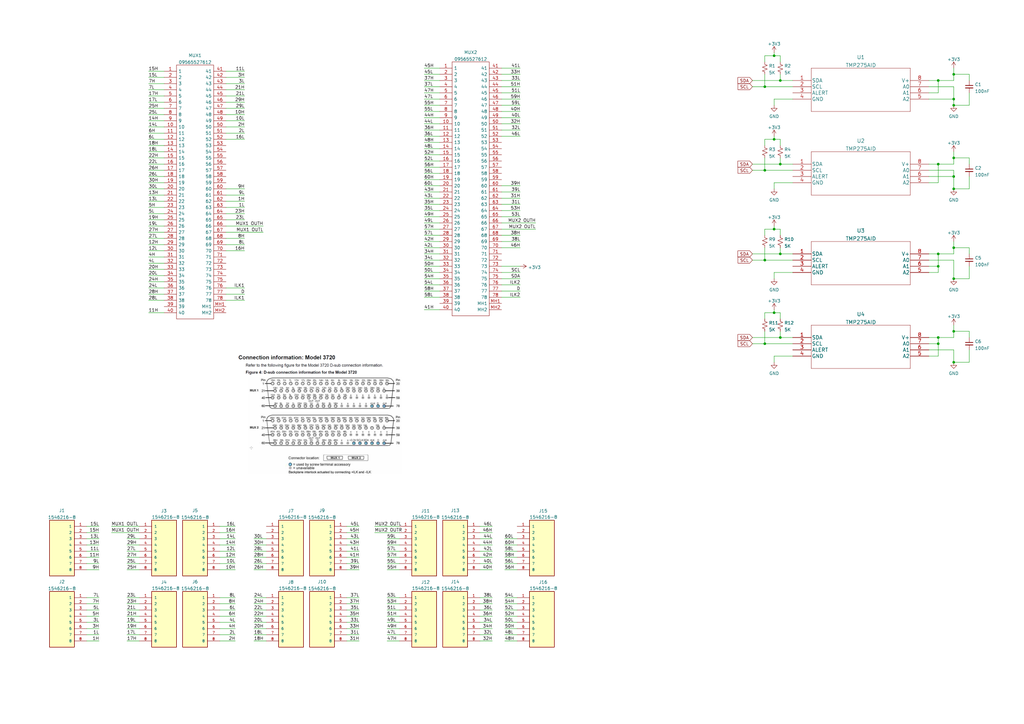
<source format=kicad_sch>
(kicad_sch (version 20211123) (generator eeschema)
  (paper "A3")
  (title_block (title "Keithley 3720-Screw Terminal") (date "2022-02-07") (company "BVKSound"))
  (lib_symbols
    (symbol "BVKSound:09565527612" (pin_names (offset 0.762))
      (property "Reference" "J" (at 21.59 7.62 0))
      (property "Value" "09565527612" (at 21.59 5.08 0))
      (symbol "09565527612_0_0"
        (pin passive line (at 0 0 0) (length 5.08) (name "1") (number "1"))
        (pin passive line (at 0 -22.86 0) (length 5.08) (name "10") (number "10"))
        (pin passive line (at 0 -25.4 0) (length 5.08) (name "11") (number "11"))
        (pin passive line (at 0 -27.94 0) (length 5.08) (name "12") (number "12"))
        (pin passive line (at 0 -30.48 0) (length 5.08) (name "13") (number "13"))
        (pin passive line (at 0 -33.02 0) (length 5.08) (name "14") (number "14"))
        (pin passive line (at 0 -35.56 0) (length 5.08) (name "15") (number "15"))
        (pin passive line (at 0 -38.1 0) (length 5.08) (name "16") (number "16"))
        (pin passive line (at 0 -40.64 0) (length 5.08) (name "17") (number "17"))
        (pin passive line (at 0 -43.18 0) (length 5.08) (name "18") (number "18"))
        (pin passive line (at 0 -45.72 0) (length 5.08) (name "19") (number "19"))
        (pin passive line (at 0 -2.54 0) (length 5.08) (name "2") (number "2"))
        (pin passive line (at 0 -48.26 0) (length 5.08) (name "20") (number "20"))
        (pin passive line (at 0 -50.8 0) (length 5.08) (name "21") (number "21"))
        (pin passive line (at 0 -53.34 0) (length 5.08) (name "22") (number "22"))
        (pin passive line (at 0 -55.88 0) (length 5.08) (name "23") (number "23"))
        (pin passive line (at 0 -58.42 0) (length 5.08) (name "24") (number "24"))
        (pin passive line (at 0 -60.96 0) (length 5.08) (name "25") (number "25"))
        (pin passive line (at 0 -63.5 0) (length 5.08) (name "26") (number "26"))
        (pin passive line (at 0 -66.04 0) (length 5.08) (name "27") (number "27"))
        (pin passive line (at 0 -68.58 0) (length 5.08) (name "28") (number "28"))
        (pin passive line (at 0 -71.12 0) (length 5.08) (name "29") (number "29"))
        (pin passive line (at 0 -5.08 0) (length 5.08) (name "3") (number "3"))
        (pin passive line (at 0 -73.66 0) (length 5.08) (name "30") (number "30"))
        (pin passive line (at 0 -76.2 0) (length 5.08) (name "31") (number "31"))
        (pin passive line (at 0 -78.74 0) (length 5.08) (name "32") (number "32"))
        (pin passive line (at 0 -81.28 0) (length 5.08) (name "33") (number "33"))
        (pin passive line (at 0 -83.82 0) (length 5.08) (name "34") (number "34"))
        (pin passive line (at 0 -86.36 0) (length 5.08) (name "35") (number "35"))
        (pin passive line (at 0 -88.9 0) (length 5.08) (name "36") (number "36"))
        (pin passive line (at 0 -91.44 0) (length 5.08) (name "37") (number "37"))
        (pin passive line (at 0 -93.98 0) (length 5.08) (name "38") (number "38"))
        (pin passive line (at 0 -96.52 0) (length 5.08) (name "39") (number "39"))
        (pin passive line (at 0 -7.62 0) (length 5.08) (name "4") (number "4"))
        (pin passive line (at 0 -99.06 0) (length 5.08) (name "40") (number "40"))
        (pin passive line (at 25.4 0 180) (length 5.08) (name "41") (number "41"))
        (pin passive line (at 25.4 -2.54 180) (length 5.08) (name "42") (number "42"))
        (pin passive line (at 25.4 -5.08 180) (length 5.08) (name "43") (number "43"))
        (pin passive line (at 25.4 -7.62 180) (length 5.08) (name "44") (number "44"))
        (pin passive line (at 25.4 -10.16 180) (length 5.08) (name "45") (number "45"))
        (pin passive line (at 25.4 -12.7 180) (length 5.08) (name "46") (number "46"))
        (pin passive line (at 25.4 -15.24 180) (length 5.08) (name "47") (number "47"))
        (pin passive line (at 25.4 -17.78 180) (length 5.08) (name "48") (number "48"))
        (pin passive line (at 25.4 -20.32 180) (length 5.08) (name "49") (number "49"))
        (pin passive line (at 0 -10.16 0) (length 5.08) (name "5") (number "5"))
        (pin passive line (at 25.4 -22.86 180) (length 5.08) (name "50") (number "50"))
        (pin passive line (at 25.4 -25.4 180) (length 5.08) (name "51") (number "51"))
        (pin passive line (at 25.4 -27.94 180) (length 5.08) (name "52") (number "52"))
        (pin passive line (at 25.4 -30.48 180) (length 5.08) (name "53") (number "53"))
        (pin passive line (at 25.4 -33.02 180) (length 5.08) (name "54") (number "54"))
        (pin passive line (at 25.4 -35.56 180) (length 5.08) (name "55") (number "55"))
        (pin passive line (at 25.4 -38.1 180) (length 5.08) (name "56") (number "56"))
        (pin passive line (at 25.4 -40.64 180) (length 5.08) (name "57") (number "57"))
        (pin passive line (at 25.4 -43.18 180) (length 5.08) (name "58") (number "58"))
        (pin passive line (at 25.4 -45.72 180) (length 5.08) (name "59") (number "59"))
        (pin passive line (at 0 -12.7 0) (length 5.08) (name "6") (number "6"))
        (pin passive line (at 25.4 -48.26 180) (length 5.08) (name "60") (number "60"))
        (pin passive line (at 25.4 -50.8 180) (length 5.08) (name "61") (number "61"))
        (pin passive line (at 25.4 -53.34 180) (length 5.08) (name "62") (number "62"))
        (pin passive line (at 25.4 -55.88 180) (length 5.08) (name "63") (number "63"))
        (pin passive line (at 25.4 -58.42 180) (length 5.08) (name "64") (number "64"))
        (pin passive line (at 25.4 -60.96 180) (length 5.08) (name "65") (number "65"))
        (pin passive line (at 25.4 -63.5 180) (length 5.08) (name "66") (number "66"))
        (pin passive line (at 25.4 -66.04 180) (length 5.08) (name "67") (number "67"))
        (pin passive line (at 25.4 -68.58 180) (length 5.08) (name "68") (number "68"))
        (pin passive line (at 25.4 -71.12 180) (length 5.08) (name "69") (number "69"))
        (pin passive line (at 0 -15.24 0) (length 5.08) (name "7") (number "7"))
        (pin passive line (at 25.4 -73.66 180) (length 5.08) (name "70") (number "70"))
        (pin passive line (at 25.4 -76.2 180) (length 5.08) (name "71") (number "71"))
        (pin passive line (at 25.4 -78.74 180) (length 5.08) (name "72") (number "72"))
        (pin passive line (at 25.4 -81.28 180) (length 5.08) (name "73") (number "73"))
        (pin passive line (at 25.4 -83.82 180) (length 5.08) (name "74") (number "74"))
        (pin passive line (at 25.4 -86.36 180) (length 5.08) (name "75") (number "75"))
        (pin passive line (at 25.4 -88.9 180) (length 5.08) (name "76") (number "76"))
        (pin passive line (at 25.4 -91.44 180) (length 5.08) (name "77") (number "77"))
        (pin passive line (at 25.4 -93.98 180) (length 5.08) (name "78") (number "78"))
        (pin passive line (at 0 -17.78 0) (length 5.08) (name "8") (number "8"))
        (pin passive line (at 0 -20.32 0) (length 5.08) (name "9") (number "9"))
        (pin passive line (at 25.4 -96.52 180) (length 5.08) (name "MH1") (number "MH1"))
        (pin passive line (at 25.4 -99.06 180) (length 5.08) (name "MH2") (number "MH2"))
      )
      (symbol "09565527612_0_1"
        (polyline (pts (xy 5.08 2.54) (xy 20.32 2.54) (xy 20.32 -101.6) (xy 5.08 -101.6) (xy 5.08 2.54)) (stroke (width 0.1524)))
      )
    )
    (symbol "BVKSound:1546216-8" (pin_names (offset 1.016))
      (property "Reference" "J" (at -5.588 5.08 0))
      (property "Value" "1546216-8" (at 0 -12.7 90))
      (symbol "1546216-8_0_0"
        (rectangle (start -5.08 5.08) (end 5.08 -17.78) (stroke (width 0.254)) (fill (type background)))
        (pin passive line (at -10.16 2.54 0) (length 5.08) (name "1") (number "1"))
        (pin passive line (at -10.16 0 0) (length 5.08) (name "2") (number "2"))
        (pin passive line (at -10.16 -2.54 0) (length 5.08) (name "3") (number "3"))
        (pin passive line (at -10.16 -5.08 0) (length 5.08) (name "4") (number "4"))
        (pin passive line (at -10.16 -7.62 0) (length 5.08) (name "5") (number "5"))
        (pin passive line (at -10.16 -10.16 0) (length 5.08) (name "6") (number "6"))
        (pin passive line (at -10.16 -12.7 0) (length 5.08) (name "7") (number "7"))
        (pin passive line (at -10.16 -15.24 0) (length 5.08) (name "8") (number "8"))
      )
    )
    (symbol "BVKSound:TMP275AID" (pin_names (offset 0.254))
      (property "Reference" "U" (at 27.94 10.16 0))
      (property "Value" "TMP275AID" (at 27.94 7.62 0))
      (symbol "TMP275AID_1_1"
        (polyline (pts (xy 7.62 -12.7) (xy 48.26 -12.7)) (stroke (width 0.127)))
        (polyline (pts (xy 7.62 5.08) (xy 7.62 -12.7)) (stroke (width 0.127)))
        (polyline (pts (xy 48.26 -12.7) (xy 48.26 5.08)) (stroke (width 0.127)))
        (polyline (pts (xy 48.26 5.08) (xy 7.62 5.08)) (stroke (width 0.127)))
        (pin unspecified line (at 0 0 0) (length 7.62) (name "SDA") (number "1"))
        (pin unspecified line (at 0 -2.54 0) (length 7.62) (name "SCL") (number "2"))
        (pin unspecified line (at 0 -5.08 0) (length 7.62) (name "ALERT") (number "3"))
        (pin power_in line (at 0 -7.62 0) (length 7.62) (name "GND") (number "4"))
        (pin unspecified line (at 55.88 -7.62 180) (length 7.62) (name "A2") (number "5"))
        (pin unspecified line (at 55.88 -5.08 180) (length 7.62) (name "A1") (number "6"))
        (pin unspecified line (at 55.88 -2.54 180) (length 7.62) (name "A0") (number "7"))
        (pin power_in line (at 55.88 0 180) (length 7.62) (name "V+") (number "8"))
      )
    )
    (symbol "Device:C_Small" (pin_numbers hide) (pin_names (offset 0.254) hide)
      (property "Reference" "C" (at 0.254 1.778 0))
      (property "Value" "C_Small" (at 0.254 -2.032 0))
      (symbol "C_Small_0_1"
        (polyline (pts (xy -1.524 -0.508) (xy 1.524 -0.508)) (stroke (width 0.3302)))
        (polyline (pts (xy -1.524 0.508) (xy 1.524 0.508)) (stroke (width 0.3048)))
      )
      (symbol "C_Small_1_1"
        (pin passive line (at 0 2.54 270) (length 2.032) (name "~") (number "1"))
        (pin passive line (at 0 -2.54 90) (length 2.032) (name "~") (number "2"))
      )
    )
    (symbol "Device:R_Small_US" (pin_numbers hide) (pin_names (offset 0.254) hide)
      (property "Reference" "R" (at 0.762 0.508 0))
      (property "Value" "R_Small_US" (at 0.762 -1.016 0))
      (symbol "R_Small_US_1_1"
        (polyline (pts (xy 0 0) (xy 1.016 -0.381) (xy 0 -0.762) (xy -1.016 -1.143) (xy 0 -1.524)))
        (polyline (pts (xy 0 1.524) (xy 1.016 1.143) (xy 0 0.762) (xy -1.016 0.381) (xy 0 0)))
        (pin passive line (at 0 2.54 270) (length 1.016) (name "~") (number "1"))
        (pin passive line (at 0 -2.54 90) (length 1.016) (name "~") (number "2"))
      )
    )
    (symbol "power:+3.3V" (power) (pin_names (offset 0))
      (property "Value" "+3.3V" (at 0 3.556 0))
      (symbol "+3.3V_0_1"
        (polyline (pts (xy -0.762 1.27) (xy 0 2.54)))
        (polyline (pts (xy 0 0) (xy 0 2.54)))
        (polyline (pts (xy 0 2.54) (xy 0.762 1.27)))
      )
      (symbol "+3.3V_1_1"
        (pin power_in line (at 0 0 90) (length 0) hide (name "+3V3") (number "1"))
      )
    )
    (symbol "power:GND" (power) (pin_names (offset 0))
      (property "Value" "GND" (at 0 -3.81 0))
      (symbol "GND_0_1"
        (polyline (pts (xy 0 0) (xy 0 -1.27) (xy 1.27 -1.27) (xy 0 -2.54) (xy -1.27 -1.27) (xy 0 -1.27)))
      )
      (symbol "GND_1_1"
        (pin power_in line (at 0 0 270) (length 0) hide (name "GND") (number "1"))
      )
    )
  )
  (junction (at 391.16 101.6))
  (junction (at 317.5 22.86))
  (junction (at 313.69 106.68))
  (junction (at 320.04 67.31))
  (junction (at 391.16 30.48))
  (junction (at 384.81 104.14))
  (junction (at 391.16 77.47))
  (junction (at 391.16 148.59))
  (junction (at 313.69 69.85))
  (junction (at 391.16 64.77))
  (junction (at 313.69 140.97))
  (junction (at 384.81 140.97))
  (junction (at 317.5 128.27))
  (junction (at 391.16 135.89))
  (junction (at 384.81 67.31))
  (junction (at 320.04 138.43))
  (junction (at 384.81 138.43))
  (junction (at 317.5 57.15))
  (junction (at 391.16 40.64))
  (junction (at 391.16 43.18))
  (junction (at 320.04 104.14))
  (junction (at 320.04 33.02))
  (junction (at 384.81 33.02))
  (junction (at 391.16 114.3))
  (junction (at 384.81 109.22))
  (junction (at 391.16 72.39))
  (junction (at 317.5 93.98))
  (junction (at 313.69 35.56))
  (wire (pts (xy 320.04 64.77) (xy 320.04 67.31)))
  (wire (pts (xy 92.71 57.15) (xy 100.33 57.15)))
  (wire (pts (xy 90.17 231.14) (xy 96.52 231.14)))
  (wire (pts (xy 92.71 100.33) (xy 100.33 100.33)))
  (wire (pts (xy 104.14 262.89) (xy 109.22 262.89)))
  (wire (pts (xy 92.71 102.87) (xy 100.33 102.87)))
  (wire (pts (xy 60.96 118.11) (xy 67.31 118.11)))
  (wire (pts (xy 92.71 85.09) (xy 100.33 85.09)))
  (wire (pts (xy 104.14 226.06) (xy 109.22 226.06)))
  (wire (pts (xy 52.07 226.06) (xy 57.15 226.06)))
  (wire (pts (xy 205.74 81.28) (xy 213.36 81.28)))
  (wire (pts (xy 173.99 68.58) (xy 180.34 68.58)))
  (wire (pts (xy 196.85 231.14) (xy 201.93 231.14)))
  (wire (pts (xy 104.14 245.11) (xy 109.22 245.11)))
  (wire (pts (xy 196.85 226.06) (xy 201.93 226.06)))
  (wire (pts (xy 313.69 57.15) (xy 317.5 57.15)))
  (wire (pts (xy 35.56 260.35) (xy 40.64 260.35)))
  (wire (pts (xy 60.96 85.09) (xy 67.31 85.09)))
  (wire (pts (xy 142.24 247.65) (xy 147.32 247.65)))
  (wire (pts (xy 205.74 83.82) (xy 213.36 83.82)))
  (wire (pts (xy 397.51 138.43) (xy 397.51 135.89)))
  (wire (pts (xy 60.96 97.79) (xy 67.31 97.79)))
  (wire (pts (xy 320.04 30.48) (xy 320.04 33.02)))
  (wire (pts (xy 60.96 46.99) (xy 67.31 46.99)))
  (wire (pts (xy 205.74 55.88) (xy 213.36 55.88)))
  (wire (pts (xy 391.16 101.6) (xy 391.16 99.06)))
  (wire (pts (xy 173.99 55.88) (xy 180.34 55.88)))
  (wire (pts (xy 320.04 33.02) (xy 325.12 33.02)))
  (wire (pts (xy 153.67 218.44) (xy 163.83 218.44)))
  (wire (pts (xy 60.96 113.03) (xy 67.31 113.03)))
  (wire (pts (xy 207.01 255.27) (xy 212.09 255.27)))
  (wire (pts (xy 92.71 80.01) (xy 100.33 80.01)))
  (wire (pts (xy 173.99 121.92) (xy 180.34 121.92)))
  (wire (pts (xy 92.71 123.19) (xy 100.33 123.19)))
  (wire (pts (xy 320.04 101.6) (xy 320.04 104.14)))
  (wire (pts (xy 90.17 218.44) (xy 96.52 218.44)))
  (wire (pts (xy 381 67.31) (xy 384.81 67.31)))
  (wire (pts (xy 308.61 138.43) (xy 320.04 138.43)))
  (wire (pts (xy 205.74 76.2) (xy 213.36 76.2)))
  (wire (pts (xy 317.5 111.76) (xy 325.12 111.76)))
  (wire (pts (xy 158.75 226.06) (xy 163.83 226.06)))
  (wire (pts (xy 92.71 77.47) (xy 100.33 77.47)))
  (wire (pts (xy 317.5 127) (xy 317.5 128.27)))
  (wire (pts (xy 45.72 218.44) (xy 57.15 218.44)))
  (wire (pts (xy 173.99 116.84) (xy 180.34 116.84)))
  (wire (pts (xy 158.75 247.65) (xy 163.83 247.65)))
  (wire (pts (xy 308.61 140.97) (xy 313.69 140.97)))
  (wire (pts (xy 313.69 22.86) (xy 317.5 22.86)))
  (wire (pts (xy 92.71 54.61) (xy 100.33 54.61)))
  (wire (pts (xy 60.96 105.41) (xy 67.31 105.41)))
  (wire (pts (xy 92.71 95.25) (xy 107.95 95.25)))
  (wire (pts (xy 35.56 262.89) (xy 40.64 262.89)))
  (wire (pts (xy 142.24 231.14) (xy 147.32 231.14)))
  (wire (pts (xy 205.74 48.26) (xy 213.36 48.26)))
  (wire (pts (xy 60.96 36.83) (xy 67.31 36.83)))
  (wire (pts (xy 60.96 72.39) (xy 67.31 72.39)))
  (wire (pts (xy 60.96 82.55) (xy 67.31 82.55)))
  (wire (pts (xy 384.81 67.31) (xy 384.81 74.93)))
  (wire (pts (xy 205.74 116.84) (xy 213.36 116.84)))
  (wire (pts (xy 384.81 146.05) (xy 384.81 140.97)))
  (wire (pts (xy 92.71 49.53) (xy 100.33 49.53)))
  (wire (pts (xy 173.99 86.36) (xy 180.34 86.36)))
  (wire (pts (xy 60.96 74.93) (xy 67.31 74.93)))
  (wire (pts (xy 60.96 49.53) (xy 67.31 49.53)))
  (wire (pts (xy 313.69 30.48) (xy 313.69 35.56)))
  (wire (pts (xy 207.01 257.81) (xy 212.09 257.81)))
  (wire (pts (xy 207.01 220.98) (xy 212.09 220.98)))
  (wire (pts (xy 60.96 128.27) (xy 67.31 128.27)))
  (wire (pts (xy 60.96 90.17) (xy 67.31 90.17)))
  (wire (pts (xy 173.99 106.68) (xy 180.34 106.68)))
  (wire (pts (xy 308.61 106.68) (xy 313.69 106.68)))
  (wire (pts (xy 173.99 76.2) (xy 180.34 76.2)))
  (wire (pts (xy 158.75 250.19) (xy 163.83 250.19)))
  (wire (pts (xy 60.96 64.77) (xy 67.31 64.77)))
  (wire (pts (xy 60.96 100.33) (xy 67.31 100.33)))
  (wire (pts (xy 173.99 35.56) (xy 180.34 35.56)))
  (wire (pts (xy 60.96 62.23) (xy 67.31 62.23)))
  (wire (pts (xy 308.61 104.14) (xy 320.04 104.14)))
  (wire (pts (xy 207.01 228.6) (xy 212.09 228.6)))
  (wire (pts (xy 92.71 34.29) (xy 100.33 34.29)))
  (wire (pts (xy 173.99 83.82) (xy 180.34 83.82)))
  (wire (pts (xy 104.14 233.68) (xy 109.22 233.68)))
  (wire (pts (xy 35.56 218.44) (xy 40.64 218.44)))
  (wire (pts (xy 104.14 223.52) (xy 109.22 223.52)))
  (wire (pts (xy 391.16 104.14) (xy 391.16 101.6)))
  (wire (pts (xy 205.74 35.56) (xy 213.36 35.56)))
  (wire (pts (xy 207.01 231.14) (xy 212.09 231.14)))
  (wire (pts (xy 391.16 138.43) (xy 391.16 135.89)))
  (wire (pts (xy 207.01 245.11) (xy 212.09 245.11)))
  (wire (pts (xy 205.74 101.6) (xy 213.36 101.6)))
  (wire (pts (xy 60.96 41.91) (xy 67.31 41.91)))
  (wire (pts (xy 104.14 228.6) (xy 109.22 228.6)))
  (wire (pts (xy 158.75 257.81) (xy 163.83 257.81)))
  (wire (pts (xy 173.99 104.14) (xy 180.34 104.14)))
  (wire (pts (xy 391.16 30.48) (xy 397.51 30.48)))
  (wire (pts (xy 60.96 39.37) (xy 67.31 39.37)))
  (wire (pts (xy 196.85 233.68) (xy 201.93 233.68)))
  (wire (pts (xy 173.99 40.64) (xy 180.34 40.64)))
  (wire (pts (xy 207.01 262.89) (xy 212.09 262.89)))
  (wire (pts (xy 317.5 77.47) (xy 317.5 74.93)))
  (wire (pts (xy 313.69 96.52) (xy 313.69 93.98)))
  (wire (pts (xy 142.24 245.11) (xy 147.32 245.11)))
  (wire (pts (xy 317.5 21.59) (xy 317.5 22.86)))
  (wire (pts (xy 92.71 29.21) (xy 100.33 29.21)))
  (wire (pts (xy 60.96 87.63) (xy 67.31 87.63)))
  (wire (pts (xy 173.99 30.48) (xy 180.34 30.48)))
  (wire (pts (xy 104.14 231.14) (xy 109.22 231.14)))
  (wire (pts (xy 173.99 38.1) (xy 180.34 38.1)))
  (wire (pts (xy 381 146.05) (xy 384.81 146.05)))
  (wire (pts (xy 173.99 78.74) (xy 180.34 78.74)))
  (wire (pts (xy 381 38.1) (xy 384.81 38.1)))
  (wire (pts (xy 52.07 260.35) (xy 57.15 260.35)))
  (wire (pts (xy 142.24 220.98) (xy 147.32 220.98)))
  (wire (pts (xy 391.16 106.68) (xy 391.16 114.3)))
  (wire (pts (xy 207.01 247.65) (xy 212.09 247.65)))
  (wire (pts (xy 317.5 146.05) (xy 325.12 146.05)))
  (wire (pts (xy 397.51 43.18) (xy 391.16 43.18)))
  (wire (pts (xy 142.24 252.73) (xy 147.32 252.73)))
  (wire (pts (xy 391.16 64.77) (xy 397.51 64.77)))
  (wire (pts (xy 173.99 45.72) (xy 180.34 45.72)))
  (wire (pts (xy 320.04 138.43) (xy 325.12 138.43)))
  (wire (pts (xy 381 33.02) (xy 384.81 33.02)))
  (wire (pts (xy 317.5 92.71) (xy 317.5 93.98)))
  (wire (pts (xy 391.16 35.56) (xy 391.16 40.64)))
  (wire (pts (xy 173.99 60.96) (xy 180.34 60.96)))
  (wire (pts (xy 52.07 233.68) (xy 57.15 233.68)))
  (wire (pts (xy 320.04 25.4) (xy 320.04 22.86)))
  (wire (pts (xy 60.96 59.69) (xy 67.31 59.69)))
  (wire (pts (xy 92.71 52.07) (xy 100.33 52.07)))
  (wire (pts (xy 196.85 245.11) (xy 201.93 245.11)))
  (wire (pts (xy 35.56 247.65) (xy 40.64 247.65)))
  (wire (pts (xy 173.99 111.76) (xy 180.34 111.76)))
  (wire (pts (xy 313.69 140.97) (xy 325.12 140.97)))
  (wire (pts (xy 391.16 67.31) (xy 391.16 64.77)))
  (wire (pts (xy 205.74 93.98) (xy 219.71 93.98)))
  (wire (pts (xy 173.99 73.66) (xy 180.34 73.66)))
  (wire (pts (xy 313.69 25.4) (xy 313.69 22.86)))
  (wire (pts (xy 397.51 109.22) (xy 397.51 114.3)))
  (wire (pts (xy 90.17 220.98) (xy 96.52 220.98)))
  (wire (pts (xy 90.17 260.35) (xy 96.52 260.35)))
  (wire (pts (xy 60.96 69.85) (xy 67.31 69.85)))
  (wire (pts (xy 207.01 250.19) (xy 212.09 250.19)))
  (wire (pts (xy 207.01 226.06) (xy 212.09 226.06)))
  (wire (pts (xy 313.69 101.6) (xy 313.69 106.68)))
  (wire (pts (xy 205.74 86.36) (xy 213.36 86.36)))
  (wire (pts (xy 92.71 41.91) (xy 100.33 41.91)))
  (wire (pts (xy 308.61 35.56) (xy 313.69 35.56)))
  (wire (pts (xy 158.75 260.35) (xy 163.83 260.35)))
  (wire (pts (xy 60.96 95.25) (xy 67.31 95.25)))
  (wire (pts (xy 90.17 257.81) (xy 96.52 257.81)))
  (wire (pts (xy 60.96 110.49) (xy 67.31 110.49)))
  (wire (pts (xy 52.07 223.52) (xy 57.15 223.52)))
  (wire (pts (xy 397.51 77.47) (xy 391.16 77.47)))
  (wire (pts (xy 320.04 22.86) (xy 317.5 22.86)))
  (wire (pts (xy 52.07 257.81) (xy 57.15 257.81)))
  (wire (pts (xy 320.04 93.98) (xy 317.5 93.98)))
  (wire (pts (xy 52.07 231.14) (xy 57.15 231.14)))
  (wire (pts (xy 196.85 218.44) (xy 201.93 218.44)))
  (wire (pts (xy 60.96 77.47) (xy 67.31 77.47)))
  (wire (pts (xy 60.96 44.45) (xy 67.31 44.45)))
  (wire (pts (xy 391.16 135.89) (xy 397.51 135.89)))
  (wire (pts (xy 35.56 255.27) (xy 40.64 255.27)))
  (wire (pts (xy 196.85 228.6) (xy 201.93 228.6)))
  (wire (pts (xy 205.74 30.48) (xy 213.36 30.48)))
  (wire (pts (xy 205.74 53.34) (xy 213.36 53.34)))
  (wire (pts (xy 381 109.22) (xy 384.81 109.22)))
  (wire (pts (xy 142.24 215.9) (xy 147.32 215.9)))
  (wire (pts (xy 104.14 257.81) (xy 109.22 257.81)))
  (wire (pts (xy 35.56 252.73) (xy 40.64 252.73)))
  (wire (pts (xy 142.24 257.81) (xy 147.32 257.81)))
  (wire (pts (xy 196.85 262.89) (xy 201.93 262.89)))
  (wire (pts (xy 320.04 130.81) (xy 320.04 128.27)))
  (wire (pts (xy 381 69.85) (xy 391.16 69.85)))
  (wire (pts (xy 320.04 67.31) (xy 325.12 67.31)))
  (wire (pts (xy 391.16 30.48) (xy 391.16 27.94)))
  (wire (pts (xy 381 143.51) (xy 391.16 143.51)))
  (wire (pts (xy 52.07 228.6) (xy 57.15 228.6)))
  (wire (pts (xy 391.16 143.51) (xy 391.16 148.59)))
  (wire (pts (xy 381 106.68) (xy 391.16 106.68)))
  (wire (pts (xy 60.96 31.75) (xy 67.31 31.75)))
  (wire (pts (xy 173.99 114.3) (xy 180.34 114.3)))
  (wire (pts (xy 381 74.93) (xy 384.81 74.93)))
  (wire (pts (xy 35.56 250.19) (xy 40.64 250.19)))
  (wire (pts (xy 313.69 128.27) (xy 317.5 128.27)))
  (wire (pts (xy 391.16 64.77) (xy 391.16 62.23)))
  (wire (pts (xy 142.24 250.19) (xy 147.32 250.19)))
  (wire (pts (xy 158.75 228.6) (xy 163.83 228.6)))
  (wire (pts (xy 173.99 58.42) (xy 180.34 58.42)))
  (wire (pts (xy 92.71 46.99) (xy 100.33 46.99)))
  (wire (pts (xy 205.74 91.44) (xy 219.71 91.44)))
  (wire (pts (xy 92.71 87.63) (xy 100.33 87.63)))
  (wire (pts (xy 196.85 223.52) (xy 201.93 223.52)))
  (wire (pts (xy 158.75 245.11) (xy 163.83 245.11)))
  (wire (pts (xy 60.96 92.71) (xy 67.31 92.71)))
  (wire (pts (xy 317.5 40.64) (xy 325.12 40.64)))
  (wire (pts (xy 142.24 226.06) (xy 147.32 226.06)))
  (wire (pts (xy 196.85 215.9) (xy 201.93 215.9)))
  (wire (pts (xy 35.56 223.52) (xy 40.64 223.52)))
  (wire (pts (xy 158.75 233.68) (xy 163.83 233.68)))
  (wire (pts (xy 381 104.14) (xy 384.81 104.14)))
  (wire (pts (xy 205.74 96.52) (xy 213.36 96.52)))
  (wire (pts (xy 196.85 247.65) (xy 201.93 247.65)))
  (wire (pts (xy 196.85 260.35) (xy 201.93 260.35)))
  (wire (pts (xy 60.96 54.61) (xy 67.31 54.61)))
  (wire (pts (xy 205.74 45.72) (xy 213.36 45.72)))
  (wire (pts (xy 104.14 252.73) (xy 109.22 252.73)))
  (wire (pts (xy 142.24 223.52) (xy 147.32 223.52)))
  (wire (pts (xy 384.81 104.14) (xy 384.81 109.22)))
  (wire (pts (xy 173.99 88.9) (xy 180.34 88.9)))
  (wire (pts (xy 205.74 114.3) (xy 213.36 114.3)))
  (wire (pts (xy 92.71 44.45) (xy 100.33 44.45)))
  (wire (pts (xy 320.04 128.27) (xy 317.5 128.27)))
  (wire (pts (xy 60.96 29.21) (xy 67.31 29.21)))
  (wire (pts (xy 90.17 215.9) (xy 96.52 215.9)))
  (wire (pts (xy 158.75 231.14) (xy 163.83 231.14)))
  (wire (pts (xy 142.24 255.27) (xy 147.32 255.27)))
  (wire (pts (xy 207.01 252.73) (xy 212.09 252.73)))
  (wire (pts (xy 384.81 67.31) (xy 391.16 67.31)))
  (wire (pts (xy 90.17 226.06) (xy 96.52 226.06)))
  (wire (pts (xy 173.99 127) (xy 180.34 127)))
  (wire (pts (xy 60.96 107.95) (xy 67.31 107.95)))
  (wire (pts (xy 45.72 215.9) (xy 57.15 215.9)))
  (wire (pts (xy 173.99 50.8) (xy 180.34 50.8)))
  (wire (pts (xy 158.75 220.98) (xy 163.83 220.98)))
  (wire (pts (xy 381 138.43) (xy 384.81 138.43)))
  (wire (pts (xy 173.99 109.22) (xy 180.34 109.22)))
  (wire (pts (xy 397.51 143.51) (xy 397.51 148.59)))
  (wire (pts (xy 60.96 120.65) (xy 67.31 120.65)))
  (wire (pts (xy 205.74 99.06) (xy 213.36 99.06)))
  (wire (pts (xy 205.74 88.9) (xy 213.36 88.9)))
  (wire (pts (xy 90.17 250.19) (xy 96.52 250.19)))
  (wire (pts (xy 153.67 215.9) (xy 163.83 215.9)))
  (wire (pts (xy 52.07 252.73) (xy 57.15 252.73)))
  (wire (pts (xy 207.01 233.68) (xy 212.09 233.68)))
  (wire (pts (xy 320.04 59.69) (xy 320.04 57.15)))
  (wire (pts (xy 205.74 78.74) (xy 213.36 78.74)))
  (wire (pts (xy 173.99 119.38) (xy 180.34 119.38)))
  (wire (pts (xy 173.99 48.26) (xy 180.34 48.26)))
  (wire (pts (xy 52.07 220.98) (xy 57.15 220.98)))
  (wire (pts (xy 205.74 111.76) (xy 213.36 111.76)))
  (wire (pts (xy 397.51 114.3) (xy 391.16 114.3)))
  (wire (pts (xy 90.17 223.52) (xy 96.52 223.52)))
  (wire (pts (xy 397.51 72.39) (xy 397.51 77.47)))
  (wire (pts (xy 104.14 255.27) (xy 109.22 255.27)))
  (wire (pts (xy 35.56 226.06) (xy 40.64 226.06)))
  (wire (pts (xy 313.69 69.85) (xy 325.12 69.85)))
  (wire (pts (xy 92.71 118.11) (xy 100.33 118.11)))
  (wire (pts (xy 205.74 40.64) (xy 213.36 40.64)))
  (wire (pts (xy 90.17 245.11) (xy 96.52 245.11)))
  (wire (pts (xy 104.14 260.35) (xy 109.22 260.35)))
  (wire (pts (xy 60.96 67.31) (xy 67.31 67.31)))
  (wire (pts (xy 384.81 104.14) (xy 391.16 104.14)))
  (wire (pts (xy 205.74 43.18) (xy 213.36 43.18)))
  (wire (pts (xy 207.01 260.35) (xy 212.09 260.35)))
  (wire (pts (xy 384.81 138.43) (xy 391.16 138.43)))
  (wire (pts (xy 158.75 255.27) (xy 163.83 255.27)))
  (wire (pts (xy 381 111.76) (xy 384.81 111.76)))
  (wire (pts (xy 317.5 148.59) (xy 317.5 146.05)))
  (wire (pts (xy 384.81 38.1) (xy 384.81 33.02)))
  (wire (pts (xy 35.56 245.11) (xy 40.64 245.11)))
  (wire (pts (xy 397.51 104.14) (xy 397.51 101.6)))
  (wire (pts (xy 104.14 250.19) (xy 109.22 250.19)))
  (wire (pts (xy 391.16 33.02) (xy 391.16 30.48)))
  (wire (pts (xy 90.17 233.68) (xy 96.52 233.68)))
  (wire (pts (xy 308.61 69.85) (xy 313.69 69.85)))
  (wire (pts (xy 391.16 101.6) (xy 397.51 101.6)))
  (wire (pts (xy 60.96 123.19) (xy 67.31 123.19)))
  (wire (pts (xy 397.51 33.02) (xy 397.51 30.48)))
  (wire (pts (xy 196.85 255.27) (xy 201.93 255.27)))
  (wire (pts (xy 397.51 148.59) (xy 391.16 148.59)))
  (wire (pts (xy 35.56 233.68) (xy 40.64 233.68)))
  (wire (pts (xy 397.51 67.31) (xy 397.51 64.77)))
  (wire (pts (xy 313.69 35.56) (xy 325.12 35.56)))
  (wire (pts (xy 60.96 80.01) (xy 67.31 80.01)))
  (wire (pts (xy 52.07 262.89) (xy 57.15 262.89)))
  (wire (pts (xy 384.81 111.76) (xy 384.81 109.22)))
  (wire (pts (xy 320.04 96.52) (xy 320.04 93.98)))
  (wire (pts (xy 92.71 82.55) (xy 100.33 82.55)))
  (wire (pts (xy 173.99 63.5) (xy 180.34 63.5)))
  (wire (pts (xy 92.71 92.71) (xy 107.95 92.71)))
  (wire (pts (xy 391.16 135.89) (xy 391.16 133.35)))
  (wire (pts (xy 313.69 59.69) (xy 313.69 57.15)))
  (wire (pts (xy 142.24 228.6) (xy 147.32 228.6)))
  (wire (pts (xy 92.71 31.75) (xy 100.33 31.75)))
  (wire (pts (xy 92.71 90.17) (xy 100.33 90.17)))
  (wire (pts (xy 158.75 262.89) (xy 163.83 262.89)))
  (wire (pts (xy 52.07 250.19) (xy 57.15 250.19)))
  (wire (pts (xy 317.5 55.88) (xy 317.5 57.15)))
  (wire (pts (xy 173.99 33.02) (xy 180.34 33.02)))
  (wire (pts (xy 90.17 262.89) (xy 96.52 262.89)))
  (wire (pts (xy 92.71 39.37) (xy 100.33 39.37)))
  (wire (pts (xy 158.75 223.52) (xy 163.83 223.52)))
  (wire (pts (xy 196.85 220.98) (xy 201.93 220.98)))
  (wire (pts (xy 320.04 57.15) (xy 317.5 57.15)))
  (wire (pts (xy 173.99 27.94) (xy 180.34 27.94)))
  (wire (pts (xy 90.17 252.73) (xy 96.52 252.73)))
  (wire (pts (xy 173.99 93.98) (xy 180.34 93.98)))
  (wire (pts (xy 158.75 252.73) (xy 163.83 252.73)))
  (wire (pts (xy 90.17 228.6) (xy 96.52 228.6)))
  (wire (pts (xy 381 40.64) (xy 391.16 40.64)))
  (wire (pts (xy 60.96 102.87) (xy 67.31 102.87)))
  (wire (pts (xy 52.07 255.27) (xy 57.15 255.27)))
  (wire (pts (xy 381 35.56) (xy 391.16 35.56)))
  (wire (pts (xy 205.74 38.1) (xy 213.36 38.1)))
  (wire (pts (xy 104.14 220.98) (xy 109.22 220.98)))
  (wire (pts (xy 317.5 74.93) (xy 325.12 74.93)))
  (wire (pts (xy 35.56 231.14) (xy 40.64 231.14)))
  (wire (pts (xy 142.24 262.89) (xy 147.32 262.89)))
  (wire (pts (xy 173.99 101.6) (xy 180.34 101.6)))
  (wire (pts (xy 397.51 38.1) (xy 397.51 43.18)))
  (wire (pts (xy 317.5 43.18) (xy 317.5 40.64)))
  (wire (pts (xy 384.81 33.02) (xy 391.16 33.02)))
  (wire (pts (xy 391.16 72.39) (xy 391.16 77.47)))
  (wire (pts (xy 35.56 228.6) (xy 40.64 228.6)))
  (wire (pts (xy 60.96 115.57) (xy 67.31 115.57)))
  (wire (pts (xy 313.69 93.98) (xy 317.5 93.98)))
  (wire (pts (xy 142.24 233.68) (xy 147.32 233.68)))
  (wire (pts (xy 60.96 57.15) (xy 67.31 57.15)))
  (wire (pts (xy 313.69 130.81) (xy 313.69 128.27)))
  (wire (pts (xy 52.07 245.11) (xy 57.15 245.11)))
  (wire (pts (xy 381 72.39) (xy 391.16 72.39)))
  (wire (pts (xy 173.99 91.44) (xy 180.34 91.44)))
  (wire (pts (xy 35.56 220.98) (xy 40.64 220.98)))
  (wire (pts (xy 35.56 215.9) (xy 40.64 215.9)))
  (wire (pts (xy 173.99 99.06) (xy 180.34 99.06)))
  (wire (pts (xy 384.81 140.97) (xy 384.81 138.43)))
  (wire (pts (xy 196.85 250.19) (xy 201.93 250.19)))
  (wire (pts (xy 92.71 97.79) (xy 100.33 97.79)))
  (wire (pts (xy 92.71 36.83) (xy 100.33 36.83)))
  (wire (pts (xy 308.61 67.31) (xy 320.04 67.31)))
  (wire (pts (xy 173.99 96.52) (xy 180.34 96.52)))
  (wire (pts (xy 317.5 114.3) (xy 317.5 111.76)))
  (wire (pts (xy 90.17 247.65) (xy 96.52 247.65)))
  (wire (pts (xy 173.99 43.18) (xy 180.34 43.18)))
  (wire (pts (xy 173.99 81.28) (xy 180.34 81.28)))
  (wire (pts (xy 205.74 121.92) (xy 213.36 121.92)))
  (wire (pts (xy 92.71 120.65) (xy 100.33 120.65)))
  (wire (pts (xy 205.74 27.94) (xy 213.36 27.94)))
  (wire (pts (xy 207.01 223.52) (xy 212.09 223.52)))
  (wire (pts (xy 320.04 135.89) (xy 320.04 138.43)))
  (wire (pts (xy 308.61 33.02) (xy 320.04 33.02)))
  (wire (pts (xy 320.04 104.14) (xy 325.12 104.14)))
  (wire (pts (xy 52.07 247.65) (xy 57.15 247.65)))
  (wire (pts (xy 313.69 106.68) (xy 325.12 106.68)))
  (wire (pts (xy 173.99 66.04) (xy 180.34 66.04)))
  (wire (pts (xy 205.74 119.38) (xy 213.36 119.38)))
  (wire (pts (xy 381 140.97) (xy 384.81 140.97)))
  (wire (pts (xy 205.74 33.02) (xy 213.36 33.02)))
  (wire (pts (xy 60.96 52.07) (xy 67.31 52.07)))
  (wire (pts (xy 104.14 247.65) (xy 109.22 247.65)))
  (wire (pts (xy 142.24 218.44) (xy 147.32 218.44)))
  (wire (pts (xy 391.16 40.64) (xy 391.16 43.18)))
  (wire (pts (xy 60.96 34.29) (xy 67.31 34.29)))
  (wire (pts (xy 142.24 260.35) (xy 147.32 260.35)))
  (wire (pts (xy 173.99 53.34) (xy 180.34 53.34)))
  (wire (pts (xy 90.17 255.27) (xy 96.52 255.27)))
  (wire (pts (xy 205.74 109.22) (xy 213.36 109.22)))
  (wire (pts (xy 313.69 64.77) (xy 313.69 69.85)))
  (wire (pts (xy 196.85 252.73) (xy 201.93 252.73)))
  (wire (pts (xy 313.69 135.89) (xy 313.69 140.97)))
  (wire (pts (xy 205.74 50.8) (xy 213.36 50.8)))
  (wire (pts (xy 173.99 71.12) (xy 180.34 71.12)))
  (wire (pts (xy 391.16 69.85) (xy 391.16 72.39)))
  (wire (pts (xy 196.85 257.81) (xy 201.93 257.81)))
  (wire (pts (xy 35.56 257.81) (xy 40.64 257.81)))
  (image (at 130.81 170.18) (scale 0.846783))
  (label "38H" (at 201.93 247.65 180))
  (label "19H" (at 60.96 90.17 0))
  (label "42H" (at 173.99 99.06 0))
  (label "50L" (at 207.01 255.27 0))
  (label "57L" (at 173.99 96.52 0))
  (label "31L" (at 147.32 260.35 180))
  (label "32L" (at 201.93 260.35 180))
  (label "56L" (at 207.01 231.14 0))
  (label "50H" (at 173.99 109.22 0))
  (label "10H" (at 100.33 46.99 180))
  (label "10L" (at 96.52 231.14 180))
  (label "7H" (at 40.64 247.65 180))
  (label "55H" (at 173.99 43.18 0))
  (label "26L" (at 60.96 72.39 0))
  (label "5H" (at 60.96 85.09 0))
  (label "32L" (at 213.36 53.34 180))
  (label "51L" (at 213.36 38.1 180))
  (label "43L" (at 173.99 81.28 0))
  (label "34H" (at 173.99 104.14 0))
  (label "36H" (at 201.93 252.73 180))
  (label "59H" (at 213.36 40.64 180))
  (label "48L" (at 173.99 60.96 0))
  (label "27L" (at 60.96 97.79 0))
  (label "12L" (at 60.96 102.87 0))
  (label "12L" (at 96.52 226.06 180))
  (label "4L" (at 96.52 255.27 180))
  (label "33L" (at 147.32 255.27 180))
  (label "13L" (at 40.64 220.98 180))
  (label "2L" (at 100.33 54.61 180))
  (label "6L" (at 60.96 57.15 0))
  (label "8L" (at 96.52 245.11 180))
  (label "1H" (at 100.33 82.55 180))
  (label "9H" (at 40.64 233.68 180))
  (label "ILK2" (at 213.36 116.84 180))
  (label "45L" (at 173.99 30.48 0))
  (label "8L" (at 100.33 100.33 180))
  (label "60L" (at 207.01 220.98 0))
  (label "19H" (at 52.07 257.81 0))
  (label "21L" (at 100.33 39.37 180))
  (label "52L" (at 173.99 66.04 0))
  (label "11H" (at 40.64 228.6 180))
  (label "49L" (at 158.75 255.27 0))
  (label "23H" (at 52.07 247.65 0))
  (label "44H" (at 173.99 48.26 0))
  (label "28L" (at 104.14 226.06 0))
  (label "19L" (at 60.96 92.71 0))
  (label "9L" (at 100.33 80.01 180))
  (label "12H" (at 96.52 228.6 180))
  (label "20L" (at 104.14 255.27 0))
  (label "39L" (at 147.32 231.14 180))
  (label "41L" (at 213.36 27.94 180))
  (label "40H" (at 201.93 233.68 180))
  (label "37L" (at 147.32 245.11 180))
  (label "MUX2 OUTR" (at 153.67 218.44 0))
  (label "15H" (at 40.64 218.44 180))
  (label "52H" (at 173.99 63.5 0))
  (label "7H" (at 60.96 34.29 0))
  (label "57H" (at 158.75 228.6 0))
  (label "28L" (at 60.96 123.19 0))
  (label "46L" (at 201.93 215.9 180))
  (label "37H" (at 173.99 33.02 0))
  (label "19L" (at 52.07 255.27 0))
  (label "22L" (at 60.96 67.31 0))
  (label "18L" (at 60.96 62.23 0))
  (label "59H" (at 158.75 223.52 0))
  (label "28H" (at 60.96 120.65 0))
  (label "9H" (at 100.33 77.47 180))
  (label "18H" (at 104.14 262.89 0))
  (label "11L" (at 100.33 29.21 180))
  (label "16L" (at 100.33 57.15 180))
  (label "33L" (at 213.36 33.02 180))
  (label "38H" (at 213.36 96.52 180))
  (label "43L" (at 147.32 220.98 180))
  (label "4H" (at 96.52 257.81 180))
  (label "MUX1 OUTH" (at 45.72 218.44 0))
  (label "29H" (at 100.33 41.91 180))
  (label "35L" (at 147.32 250.19 180))
  (label "3L" (at 40.64 255.27 180))
  (label "33H" (at 147.32 257.81 180))
  (label "17H" (at 52.07 262.89 0))
  (label "60H" (at 207.01 223.52 0))
  (label "30L" (at 104.14 220.98 0))
  (label "24H" (at 60.96 115.57 0))
  (label "21H" (at 100.33 36.83 180))
  (label "10H" (at 96.52 233.68 180))
  (label "54L" (at 207.01 245.11 0))
  (label "3H" (at 100.33 31.75 180))
  (label "4L" (at 60.96 107.95 0))
  (label "3H" (at 40.64 257.81 180))
  (label "52H" (at 207.01 252.73 0))
  (label "20H" (at 104.14 257.81 0))
  (label "22L" (at 104.14 250.19 0))
  (label "37H" (at 147.32 247.65 180))
  (label "10L" (at 100.33 49.53 180))
  (label "14H" (at 60.96 49.53 0))
  (label "48H" (at 173.99 58.42 0))
  (label "43H" (at 173.99 78.74 0))
  (label "44L" (at 201.93 220.98 180))
  (label "32H" (at 213.36 50.8 180))
  (label "41H" (at 147.32 228.6 180))
  (label "27H" (at 60.96 95.25 0))
  (label "25H" (at 60.96 44.45 0))
  (label "1L" (at 40.64 260.35 180))
  (label "13H" (at 40.64 223.52 180))
  (label "29L" (at 100.33 44.45 180))
  (label "51H" (at 158.75 252.73 0))
  (label "38L" (at 213.36 99.06 180))
  (label "35H" (at 147.32 252.73 180))
  (label "13H" (at 60.96 80.01 0))
  (label "15L" (at 40.64 215.9 180))
  (label "1H" (at 40.64 262.89 180))
  (label "56H" (at 207.01 233.68 0))
  (label "32H" (at 201.93 262.89 180))
  (label "48H" (at 207.01 262.89 0))
  (label "59L" (at 213.36 43.18 180))
  (label "14H" (at 96.52 223.52 180))
  (label "7L" (at 40.64 245.11 180))
  (label "5H" (at 40.64 252.73 180))
  (label "20L" (at 60.96 113.03 0))
  (label "53H" (at 213.36 86.36 180))
  (label "6L" (at 96.52 250.19 180))
  (label "51L" (at 158.75 250.19 0))
  (label "MUX2 OUTL" (at 153.67 215.9 0))
  (label "7L" (at 60.96 36.83 0))
  (label "34H" (at 201.93 257.81 180))
  (label "8H" (at 100.33 97.79 180))
  (label "39H" (at 147.32 233.68 180))
  (label "24H" (at 104.14 247.65 0))
  (label "49H" (at 158.75 257.81 0))
  (label "MUX2 OUTH" (at 219.71 91.44 180))
  (label "2H" (at 100.33 52.07 180))
  (label "54H" (at 173.99 114.3 0))
  (label "31H" (at 213.36 81.28 180))
  (label "36L" (at 173.99 55.88 0))
  (label "6H" (at 96.52 252.73 180))
  (label "15L" (at 60.96 31.75 0))
  (label "50H" (at 207.01 257.81 0))
  (label "54L" (at 173.99 116.84 0))
  (label "59L" (at 158.75 220.98 0))
  (label "SDA" (at 213.36 114.3 180))
  (label "16H" (at 96.52 218.44 180))
  (label "60H" (at 173.99 73.66 0))
  (label "51H" (at 213.36 35.56 180))
  (label "MUX1 OUTH" (at 107.95 92.71 180))
  (label "30H" (at 60.96 74.93 0))
  (label "43H" (at 147.32 223.52 180))
  (label "17H" (at 60.96 39.37 0))
  (label "23H" (at 100.33 87.63 180))
  (label "29L" (at 52.07 220.98 0))
  (label "56L" (at 173.99 71.12 0))
  (label "41L" (at 147.32 226.06 180))
  (label "25L" (at 60.96 46.99 0))
  (label "ILK1" (at 100.33 118.11 180))
  (label "25L" (at 52.07 231.14 0))
  (label "21L" (at 52.07 250.19 0))
  (label "25H" (at 52.07 233.68 0))
  (label "2L" (at 96.52 260.35 180))
  (label "38L" (at 201.93 245.11 180))
  (label "28H" (at 104.14 228.6 0))
  (label "55L" (at 173.99 45.72 0))
  (label "22H" (at 60.96 64.77 0))
  (label "23L" (at 100.33 90.17 180))
  (label "40L" (at 213.36 48.26 180))
  (label "39H" (at 213.36 76.2 180))
  (label "13L" (at 60.96 82.55 0))
  (label "34L" (at 201.93 255.27 180))
  (label "30L" (at 60.96 77.47 0))
  (label "26H" (at 60.96 69.85 0))
  (label "6H" (at 60.96 54.61 0))
  (label "50L" (at 173.99 111.76 0))
  (label "47H" (at 158.75 262.89 0))
  (label "37L" (at 173.99 35.56 0))
  (label "31L" (at 213.36 83.82 180))
  (label "D" (at 100.33 120.65 180))
  (label "56H" (at 173.99 68.58 0))
  (label "58H" (at 173.99 119.38 0))
  (label "33H" (at 213.36 30.48 180))
  (label "20H" (at 60.96 110.49 0))
  (label "4H" (at 60.96 105.41 0))
  (label "35L" (at 173.99 86.36 0))
  (label "MUX1 OUTL" (at 45.72 215.9 0))
  (label "18L" (at 104.14 260.35 0))
  (label "3L" (at 100.33 34.29 180))
  (label "MUX1 OUTL" (at 107.95 95.25 180))
  (label "46H" (at 213.36 101.6 180))
  (label "47L" (at 158.75 260.35 0))
  (label "14L" (at 60.96 52.07 0))
  (label "9L" (at 40.64 231.14 180))
  (label "54H" (at 207.01 247.65 0))
  (label "42L" (at 173.99 101.6 0))
  (label "26H" (at 104.14 233.68 0))
  (label "44H" (at 201.93 223.52 180))
  (label "42L" (at 201.93 226.06 180))
  (label "48L" (at 207.01 260.35 0))
  (label "11L" (at 40.64 226.06 180))
  (label "58H" (at 207.01 228.6 0))
  (label "49L" (at 173.99 91.44 0))
  (label "12H" (at 60.96 100.33 0))
  (label "46L" (at 213.36 55.88 180))
  (label "18H" (at 60.96 59.69 0))
  (label "60L" (at 173.99 76.2 0))
  (label "44L" (at 173.99 50.8 0))
  (label "29H" (at 52.07 223.52 0))
  (label "5L" (at 40.64 250.19 180))
  (label "58L" (at 173.99 121.92 0))
  (label "11H" (at 60.96 128.27 0))
  (label "8H" (at 96.52 247.65 180))
  (label "27H" (at 52.07 228.6 0))
  (label "23L" (at 52.07 245.11 0))
  (label "17L" (at 60.96 41.91 0))
  (label "46H" (at 201.93 218.44 180))
  (label "31H" (at 147.32 262.89 180))
  (label "16L" (at 96.52 215.9 180))
  (label "53L" (at 213.36 88.9 180))
  (label "55L" (at 158.75 231.14 0))
  (label "45L" (at 147.32 215.9 180))
  (label "D" (at 213.36 119.38 180))
  (label "40L" (at 201.93 231.14 180))
  (label "16H" (at 100.33 102.87 180))
  (label "24L" (at 60.96 118.11 0))
  (label "57H" (at 173.99 93.98 0))
  (label "40H" (at 213.36 45.72 180))
  (label "ILK1" (at 100.33 123.19 180))
  (label "35H" (at 173.99 83.82 0))
  (label "34L" (at 173.99 106.68 0))
  (label "53H" (at 158.75 247.65 0))
  (label "15H" (at 60.96 29.21 0))
  (label "47L" (at 173.99 40.64 0))
  (label "55H" (at 158.75 233.68 0))
  (label "24L" (at 104.14 245.11 0))
  (label "57L" (at 158.75 226.06 0))
  (label "30H" (at 104.14 223.52 0))
  (label "39L" (at 213.36 78.74 180))
  (label "17L" (at 52.07 260.35 0))
  (label "58L" (at 207.01 226.06 0))
  (label "SCL" (at 213.36 111.76 180))
  (label "45H" (at 173.99 27.94 0))
  (label "14L" (at 96.52 220.98 180))
  (label "47H" (at 173.99 38.1 0))
  (label "2H" (at 96.52 262.89 180))
  (label "45H" (at 147.32 218.44 180))
  (label "ILK2" (at 213.36 121.92 180))
  (label "41H" (at 173.99 127 0))
  (label "36H" (at 173.99 53.34 0))
  (label "53L" (at 158.75 245.11 0))
  (label "36L" (at 201.93 250.19 180))
  (label "49H" (at 173.99 88.9 0))
  (label "52L" (at 207.01 250.19 0))
  (label "5L" (at 60.96 87.63 0))
  (label "MUX2 OUTL" (at 219.71 93.98 180))
  (label "27L" (at 52.07 226.06 0))
  (label "1L" (at 100.33 85.09 180))
  (label "21H" (at 52.07 252.73 0))
  (label "22H" (at 104.14 252.73 0))
  (label "26L" (at 104.14 231.14 0))
  (label "42H" (at 201.93 228.6 180))
  (global_label "SCL" (shape input) (at 308.61 69.85 180) (property "Intersheet References" "${INTERSHEET_REFS}" (effects hide)))
  (global_label "SDA" (shape input) (at 308.61 67.31 180) (property "Intersheet References" "${INTERSHEET_REFS}" (effects hide)))
  (global_label "SCL" (shape input) (at 308.61 35.56 180) (property "Intersheet References" "${INTERSHEET_REFS}" (effects hide)))
  (global_label "SDA" (shape input) (at 308.61 33.02 180) (property "Intersheet References" "${INTERSHEET_REFS}" (effects hide)))
  (global_label "SCL" (shape input) (at 308.61 140.97 180) (property "Intersheet References" "${INTERSHEET_REFS}" (effects hide)))
  (global_label "SDA" (shape input) (at 308.61 104.14 180) (property "Intersheet References" "${INTERSHEET_REFS}" (effects hide)))
  (global_label "SDA" (shape input) (at 308.61 138.43 180) (property "Intersheet References" "${INTERSHEET_REFS}" (effects hide)))
  (global_label "SCL" (shape input) (at 308.61 106.68 180) (property "Intersheet References" "${INTERSHEET_REFS}" (effects hide)))
  (symbol (lib_id "Device:C_Small") (at 397.51 140.97 0) (unit 1)
    (property "Reference" "C6" (at 399.8341 140.0678 0) (effects (justify left)))
    (property "Value" "100nF" (at 399.8341 142.8429 0) (effects (justify left)))
    (property "Footprint" "Capacitor_SMD:C_0805_2012Metric" (effects hide))
  )
  (symbol (lib_id "power:+3.3V") (at 317.5 55.88 0) (unit 1)
    (property "Reference" "#PWR0123" (effects hide))
    (property "Value" "+3.3V" (at 317.5 52.2755 0))
  )
  (symbol (lib_id "power:GND") (at 391.16 43.18 0) (unit 1)
    (property "Reference" "#PWR0114" (effects hide))
    (property "Value" "GND" (at 391.16 47.7425 0))
  )
  (symbol (lib_id "BVKSound:09565527612") (at 67.31 29.21 0) (unit 1)
    (property "Reference" "MUX1" (at 80.01 22.7543 0))
    (property "Value" "09565527612" (at 80.01 25.5294 0))
    (property "Footprint" "09565527612" (effects hide))
    (property "Datasheet" "https://componentsearchengine.com/Datasheets/1/09565527612.pdf" (effects hide))
    (property "Description" "D-Sub High Density Connectors 78P FEMALE R/A PCB 4-40 UNC PL3 PLATING" (effects hide))
    (property "Height" "15.75" (effects hide))
    (property "Manufacturer_Name" "HARTING" (effects hide))
    (property "Manufacturer_Part_Number" "09565527612" (effects hide))
    (property "Mouser Part Number" "617-09-56-552-7612" (effects hide))
    (property "Mouser Price/Stock" "https://www.mouser.co.uk/ProductDetail/HARTING/09565527612?qs=qa49y27LPCH2xtBdff80ZQ%3D%3D" (effects hide))
  )
  (symbol (lib_id "power:+3.3V") (at 317.5 21.59 0) (unit 1)
    (property "Reference" "#PWR0122" (effects hide))
    (property "Value" "+3.3V" (at 317.5 17.9855 0))
  )
  (symbol (lib_id "Device:C_Small") (at 397.51 69.85 0) (unit 1)
    (property "Reference" "C2" (at 399.8341 68.9478 0) (effects (justify left)))
    (property "Value" "100nF" (at 399.8341 71.7229 0) (effects (justify left)))
    (property "Footprint" "Capacitor_SMD:C_0805_2012Metric" (effects hide))
  )
  (symbol (lib_id "BVKSound:1546216-8") (at 25.4 247.65 0) (mirror y) (unit 1)
    (property "Reference" "J2" (at 25.4 238.6035 0))
    (property "Value" "1546216-8" (at 25.4 241.3786 0))
    (property "Footprint" "TE_1546216-8" (effects hide))
    (property "Comment" "1546216-8" (effects hide))
  )
  (symbol (lib_id "power:+3.3V") (at 391.16 27.94 0) (unit 1)
    (property "Reference" "#PWR0116" (effects hide))
    (property "Value" "+3.3V" (at 391.16 24.3355 0))
  )
  (symbol (lib_id "BVKSound:1546216-8") (at 119.38 218.44 0) (unit 1)
    (property "Reference" "J7" (at 118.11 209.55 0) (effects (justify left)))
    (property "Value" "1546216-8" (at 114.3 212.09 0) (effects (justify left)))
    (property "Footprint" "TE_1546216-8" (effects hide))
    (property "Comment" "1546216-8" (effects hide))
  )
  (symbol (lib_id "power:+3.3V") (at 391.16 62.23 0) (unit 1)
    (property "Reference" "#PWR0115" (effects hide))
    (property "Value" "+3.3V" (at 391.16 58.6255 0))
  )
  (symbol (lib_id "power:+3.3V") (at 391.16 133.35 0) (unit 1)
    (property "Reference" "#PWR0107" (effects hide))
    (property "Value" "+3.3V" (at 391.16 129.7455 0))
  )
  (symbol (lib_id "Device:R_Small_US") (at 313.69 62.23 0) (unit 1)
    (property "Reference" "R3" (at 315.341 61.3215 0) (effects (justify left)))
    (property "Value" "5K" (at 315.341 64.0966 0) (effects (justify left)))
    (property "Footprint" "Resistor_SMD:R_0805_2012Metric" (effects hide))
  )
  (symbol (lib_id "BVKSound:1546216-8") (at 67.31 247.65 0) (unit 1)
    (property "Reference" "J4" (at 66.04 238.76 0) (effects (justify left)))
    (property "Value" "1546216-8" (at 62.23 241.3 0) (effects (justify left)))
    (property "Footprint" "TE_1546216-8" (effects hide))
    (property "Comment" "1546216-8" (effects hide))
  )
  (symbol (lib_id "Device:R_Small_US") (at 320.04 99.06 0) (unit 1)
    (property "Reference" "R10" (at 321.691 98.1515 0) (effects (justify left)))
    (property "Value" "5K" (at 321.691 100.9266 0) (effects (justify left)))
    (property "Footprint" "Resistor_SMD:R_0805_2012Metric" (effects hide))
  )
  (symbol (lib_id "power:GND") (at 391.16 77.47 0) (unit 1)
    (property "Reference" "#PWR0101" (effects hide))
    (property "Value" "GND" (at 391.16 82.0325 0))
  )
  (symbol (lib_id "power:GND") (at 391.16 114.3 0) (unit 1)
    (property "Reference" "#PWR0109" (effects hide))
    (property "Value" "GND" (at 391.16 118.8625 0))
  )
  (symbol (lib_id "Device:R_Small_US") (at 320.04 27.94 0) (unit 1)
    (property "Reference" "R2" (at 321.691 27.0315 0) (effects (justify left)))
    (property "Value" "5K" (at 321.691 29.8066 0) (effects (justify left)))
    (property "Footprint" "Resistor_SMD:R_0805_2012Metric" (effects hide))
  )
  (symbol (lib_id "BVKSound:1546216-8") (at 186.69 218.44 0) (mirror y) (unit 1)
    (property "Reference" "J13" (at 186.69 209.3935 0))
    (property "Value" "1546216-8" (at 186.69 212.1686 0))
    (property "Footprint" "TE_1546216-8" (effects hide))
    (property "Comment" "1546216-8" (effects hide))
  )
  (symbol (lib_id "power:+3.3V") (at 317.5 92.71 0) (unit 1)
    (property "Reference" "#PWR0111" (effects hide))
    (property "Value" "+3.3V" (at 317.5 89.1055 0))
  )
  (symbol (lib_id "power:GND") (at 317.5 114.3 0) (unit 1)
    (property "Reference" "#PWR0104" (effects hide))
    (property "Value" "GND" (at 317.5 118.8625 0))
  )
  (symbol (lib_id "BVKSound:09565527612") (at 180.34 27.94 0) (unit 1)
    (property "Reference" "MUX2" (at 193.04 21.4843 0))
    (property "Value" "09565527612" (at 193.04 24.2594 0))
    (property "Footprint" "09565527612" (effects hide))
    (property "Datasheet" "https://componentsearchengine.com/Datasheets/1/09565527612.pdf" (effects hide))
    (property "Description" "D-Sub High Density Connectors 78P FEMALE R/A PCB 4-40 UNC PL3 PLATING" (effects hide))
    (property "Height" "15.75" (effects hide))
    (property "Manufacturer_Name" "HARTING" (effects hide))
    (property "Manufacturer_Part_Number" "09565527612" (effects hide))
    (property "Mouser Part Number" "617-09-56-552-7612" (effects hide))
    (property "Mouser Price/Stock" "https://www.mouser.co.uk/ProductDetail/HARTING/09565527612?qs=qa49y27LPCH2xtBdff80ZQ%3D%3D" (effects hide))
  )
  (symbol (lib_id "Device:R_Small_US") (at 320.04 62.23 0) (unit 1)
    (property "Reference" "R4" (at 321.691 61.3215 0) (effects (justify left)))
    (property "Value" "5K" (at 321.691 64.0966 0) (effects (justify left)))
    (property "Footprint" "Resistor_SMD:R_0805_2012Metric" (effects hide))
  )
  (symbol (lib_id "power:+3.3V") (at 213.36 109.22 270) (unit 1)
    (property "Reference" "#PWR?" (effects hide))
    (property "Value" "+3.3V" (at 216.535 109.6538 90) (effects (justify left)))
  )
  (symbol (lib_id "Device:R_Small_US") (at 313.69 133.35 0) (unit 1)
    (property "Reference" "R11" (at 315.341 132.4415 0) (effects (justify left)))
    (property "Value" "5K" (at 315.341 135.2166 0) (effects (justify left)))
    (property "Footprint" "Resistor_SMD:R_0805_2012Metric" (effects hide))
  )
  (symbol (lib_id "BVKSound:1546216-8") (at 25.4 218.44 0) (mirror y) (unit 1)
    (property "Reference" "J1" (at 25.4 209.3935 0))
    (property "Value" "1546216-8" (at 25.4 212.1686 0))
    (property "Footprint" "TE_1546216-8" (effects hide))
    (property "Comment" "1546216-8" (effects hide))
  )
  (symbol (lib_id "Device:R_Small_US") (at 313.69 99.06 0) (unit 1)
    (property "Reference" "R9" (at 315.341 98.1515 0) (effects (justify left)))
    (property "Value" "5K" (at 315.341 100.9266 0) (effects (justify left)))
    (property "Footprint" "Resistor_SMD:R_0805_2012Metric" (effects hide))
  )
  (symbol (lib_id "Device:R_Small_US") (at 313.69 27.94 0) (unit 1)
    (property "Reference" "R1" (at 315.341 27.0315 0) (effects (justify left)))
    (property "Value" "5K" (at 315.341 29.8066 0) (effects (justify left)))
    (property "Footprint" "Resistor_SMD:R_0805_2012Metric" (effects hide))
  )
  (symbol (lib_id "power:GND") (at 391.16 148.59 0) (unit 1)
    (property "Reference" "#PWR0110" (effects hide))
    (property "Value" "GND" (at 391.16 153.1525 0))
  )
  (symbol (lib_id "power:GND") (at 317.5 148.59 0) (unit 1)
    (property "Reference" "#PWR0105" (effects hide))
    (property "Value" "GND" (at 317.5 153.1525 0))
  )
  (symbol (lib_id "power:GND") (at 317.5 43.18 0) (unit 1)
    (property "Reference" "#PWR0119" (effects hide))
    (property "Value" "GND" (at 317.5 47.7425 0))
  )
  (symbol (lib_id "BVKSound:TMP275AID") (at 325.12 33.02 0) (unit 1)
    (property "Reference" "U1" (at 353.06 23.4726 0) (effects (font (size 1.524 1.524))))
    (property "Value" "TMP275AID" (at 353.06 26.7516 0) (effects (font (size 1.524 1.524))))
    (property "Footprint" "BVKSound:TMP275AID" (effects hide))
  )
  (symbol (lib_id "power:+3.3V") (at 391.16 99.06 0) (unit 1)
    (property "Reference" "#PWR0108" (effects hide))
    (property "Value" "+3.3V" (at 391.16 95.4555 0))
  )
  (symbol (lib_id "power:GND") (at 317.5 77.47 0) (unit 1)
    (property "Reference" "#PWR0121" (effects hide))
    (property "Value" "GND" (at 317.5 82.0325 0))
  )
  (symbol (lib_id "Device:R_Small_US") (at 320.04 133.35 0) (unit 1)
    (property "Reference" "R12" (at 321.691 132.4415 0) (effects (justify left)))
    (property "Value" "5K" (at 321.691 135.2166 0) (effects (justify left)))
    (property "Footprint" "Resistor_SMD:R_0805_2012Metric" (effects hide))
  )
  (symbol (lib_id "BVKSound:1546216-8") (at 132.08 247.65 0) (mirror y) (unit 1)
    (property "Reference" "J10" (at 132.08 238.6035 0))
    (property "Value" "1546216-8" (at 132.08 241.3786 0))
    (property "Footprint" "TE_1546216-8" (effects hide))
    (property "Comment" "1546216-8" (effects hide))
  )
  (symbol (lib_id "BVKSound:TMP275AID") (at 325.12 67.31 0) (unit 1)
    (property "Reference" "U2" (at 353.06 57.7626 0) (effects (font (size 1.524 1.524))))
    (property "Value" "TMP275AID" (at 353.06 61.0416 0) (effects (font (size 1.524 1.524))))
    (property "Footprint" "BVKSound:TMP275AID" (effects hide))
  )
  (symbol (lib_id "BVKSound:1546216-8") (at 222.25 218.44 0) (unit 1)
    (property "Reference" "J15" (at 220.98 209.55 0) (effects (justify left)))
    (property "Value" "1546216-8" (at 217.17 212.09 0) (effects (justify left)))
    (property "Footprint" "TE_1546216-8" (effects hide))
    (property "Comment" "1546216-8" (effects hide))
  )
  (symbol (lib_id "BVKSound:1546216-8") (at 67.31 218.44 0) (unit 1)
    (property "Reference" "J3" (at 66.04 209.55 0) (effects (justify left)))
    (property "Value" "1546216-8" (at 62.23 212.09 0) (effects (justify left)))
    (property "Footprint" "TE_1546216-8" (effects hide))
    (property "Comment" "1546216-8" (effects hide))
  )
  (symbol (lib_id "BVKSound:1546216-8") (at 80.01 247.65 0) (mirror y) (unit 1)
    (property "Reference" "J6" (at 80.01 238.6035 0))
    (property "Value" "1546216-8" (at 80.01 241.3786 0))
    (property "Footprint" "TE_1546216-8" (effects hide))
    (property "Comment" "1546216-8" (effects hide))
  )
  (symbol (lib_id "BVKSound:1546216-8") (at 186.69 247.65 0) (mirror y) (unit 1)
    (property "Reference" "J14" (at 186.69 238.6035 0))
    (property "Value" "1546216-8" (at 186.69 241.3786 0))
    (property "Footprint" "TE_1546216-8" (effects hide))
    (property "Comment" "1546216-8" (effects hide))
  )
  (symbol (lib_id "Device:C_Small") (at 397.51 106.68 0) (unit 1)
    (property "Reference" "C5" (at 399.8341 105.7778 0) (effects (justify left)))
    (property "Value" "100nF" (at 399.8341 108.5529 0) (effects (justify left)))
    (property "Footprint" "Capacitor_SMD:C_0805_2012Metric" (effects hide))
  )
  (symbol (lib_id "BVKSound:TMP275AID") (at 325.12 138.43 0) (unit 1)
    (property "Reference" "U4" (at 353.06 128.8826 0) (effects (font (size 1.524 1.524))))
    (property "Value" "TMP275AID" (at 353.06 132.1616 0) (effects (font (size 1.524 1.524))))
    (property "Footprint" "BVKSound:TMP275AID" (effects hide))
  )
  (symbol (lib_id "Device:C_Small") (at 397.51 35.56 0) (unit 1)
    (property "Reference" "C1" (at 399.8341 34.6578 0) (effects (justify left)))
    (property "Value" "100nF" (at 399.8341 37.4329 0) (effects (justify left)))
    (property "Footprint" "Capacitor_SMD:C_0805_2012Metric" (effects hide))
  )
  (symbol (lib_id "BVKSound:1546216-8") (at 80.01 218.44 0) (mirror y) (unit 1)
    (property "Reference" "J5" (at 80.01 209.3935 0))
    (property "Value" "1546216-8" (at 80.01 212.1686 0))
    (property "Footprint" "TE_1546216-8" (effects hide))
    (property "Comment" "1546216-8" (effects hide))
  )
  (symbol (lib_id "BVKSound:TMP275AID") (at 325.12 104.14 0) (unit 1)
    (property "Reference" "U3" (at 353.06 94.5926 0) (effects (font (size 1.524 1.524))))
    (property "Value" "TMP275AID" (at 353.06 97.8716 0) (effects (font (size 1.524 1.524))))
    (property "Footprint" "BVKSound:TMP275AID" (effects hide))
  )
  (symbol (lib_id "BVKSound:1546216-8") (at 119.38 247.65 0) (unit 1)
    (property "Reference" "J8" (at 118.11 238.76 0) (effects (justify left)))
    (property "Value" "1546216-8" (at 114.3 241.3 0) (effects (justify left)))
    (property "Footprint" "TE_1546216-8" (effects hide))
    (property "Comment" "1546216-8" (effects hide))
  )
  (symbol (lib_id "BVKSound:1546216-8") (at 222.25 247.65 0) (unit 1)
    (property "Reference" "J16" (at 220.98 238.76 0) (effects (justify left)))
    (property "Value" "1546216-8" (at 217.17 241.3 0) (effects (justify left)))
    (property "Footprint" "TE_1546216-8" (effects hide))
    (property "Comment" "1546216-8" (effects hide))
  )
  (symbol (lib_id "BVKSound:1546216-8") (at 173.99 247.65 0) (unit 1)
    (property "Reference" "J12" (at 172.72 238.76 0) (effects (justify left)))
    (property "Value" "1546216-8" (at 168.91 241.3 0) (effects (justify left)))
    (property "Footprint" "TE_1546216-8" (effects hide))
    (property "Comment" "1546216-8" (effects hide))
  )
  (symbol (lib_id "power:+3.3V") (at 317.5 127 0) (unit 1)
    (property "Reference" "#PWR0106" (effects hide))
    (property "Value" "+3.3V" (at 317.5 123.3955 0))
  )
  (symbol (lib_id "BVKSound:1546216-8") (at 173.99 218.44 0) (unit 1)
    (property "Reference" "J11" (at 172.72 209.55 0) (effects (justify left)))
    (property "Value" "1546216-8" (at 168.91 212.09 0) (effects (justify left)))
    (property "Footprint" "TE_1546216-8" (effects hide))
    (property "Comment" "1546216-8" (effects hide))
  )
  (symbol (lib_id "BVKSound:1546216-8") (at 132.08 218.44 0) (mirror y) (unit 1)
    (property "Reference" "J9" (at 132.08 209.3935 0))
    (property "Value" "1546216-8" (at 132.08 212.1686 0))
    (property "Footprint" "TE_1546216-8" (effects hide))
    (property "Comment" "1546216-8" (effects hide))
  )
)
</source>
